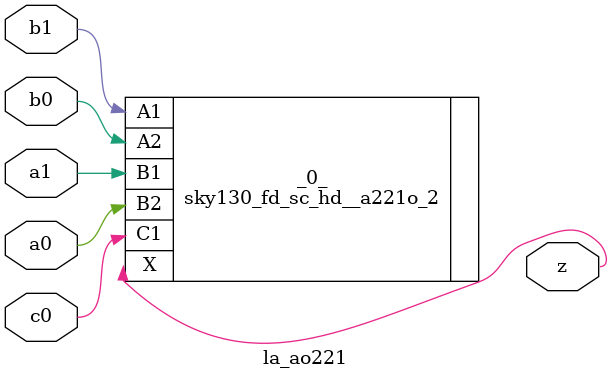
<source format=v>

module la_ao221(a0, a1, b0, b1, c0, z);
  input a0;
  input a1;
  input b0;
  input b1;
  input c0;
  output z;
  sky130_fd_sc_hd__a221o_2 _0_ (
    .A1(b1),
    .A2(b0),
    .B1(a1),
    .B2(a0),
    .C1(c0),
    .X(z)
  );
endmodule

</source>
